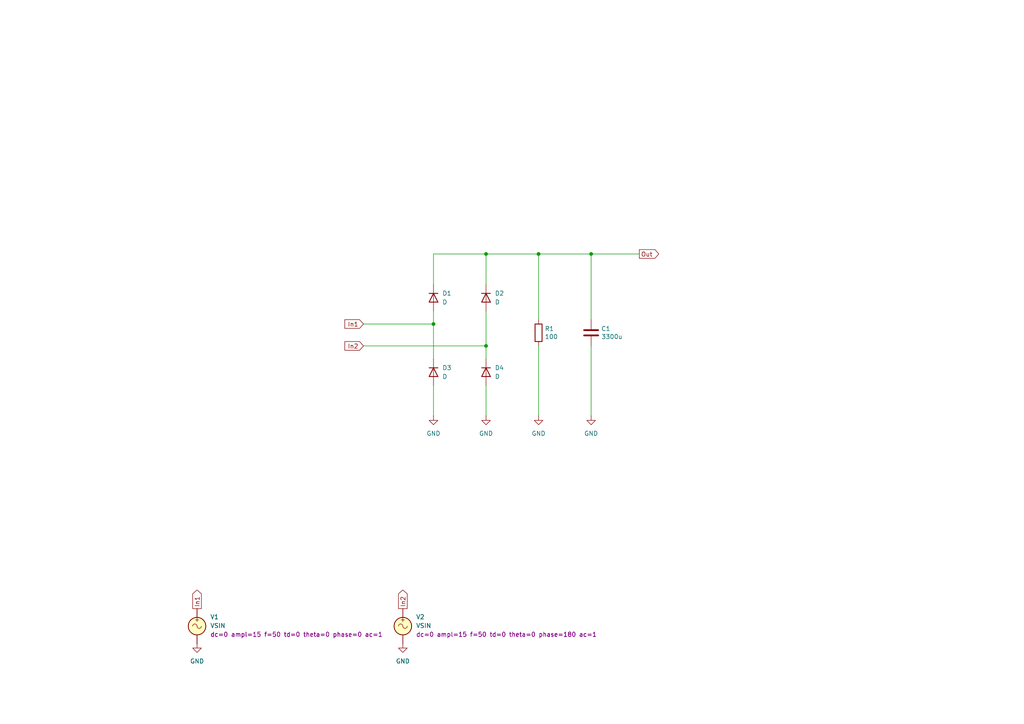
<source format=kicad_sch>
(kicad_sch (version 20231120) (generator "eeschema") (generator_version "8.0")
  (paper "A4")
  (title_block (title "Rectifier with 4 diodes") (date "2024-12-15") (company "GitHub/OJStuff"))
  (lib_symbols
    (symbol "Device:C" (pin_numbers hide) (pin_names (offset 0.254))
      (property "Reference" "C" (at 0.635 2.54 0))
      (property "Value" "C" (at 0.635 -2.54 0))
      (symbol "C_0_1"
        (polyline (pts (xy -2.032 -0.762) (xy 2.032 -0.762)) (stroke (width 0.508)))
        (polyline (pts (xy -2.032 0.762) (xy 2.032 0.762)) (stroke (width 0.508)))
      )
      (symbol "C_1_1"
        (pin passive line (at 0 3.81 270) (length 2.794) (name "~") (number "1"))
        (pin passive line (at 0 -3.81 90) (length 2.794) (name "~") (number "2"))
      )
    )
    (symbol "Device:D" (pin_numbers hide) (pin_names (offset 1.016) hide)
      (property "Reference" "D" (at 0 2.54 0))
      (property "Value" "D" (at 0 -2.54 0))
      (symbol "D_0_1"
        (polyline (pts (xy -1.27 1.27) (xy -1.27 -1.27)) (stroke (width 0.254)))
        (polyline (pts (xy 1.27 0) (xy -1.27 0)))
        (polyline (pts (xy 1.27 1.27) (xy 1.27 -1.27) (xy -1.27 0) (xy 1.27 1.27)) (stroke (width 0.254)))
      )
      (symbol "D_1_1"
        (pin passive line (at -3.81 0 0) (length 2.54) (name "K") (number "1"))
        (pin passive line (at 3.81 0 180) (length 2.54) (name "A") (number "2"))
      )
    )
    (symbol "Device:R" (pin_numbers hide) (pin_names (offset 0))
      (property "Reference" "R" (at 2.032 0 90))
      (property "Value" "R" (at 0 0 90))
      (symbol "R_0_1"
        (rectangle (start -1.016 -2.54) (end 1.016 2.54) (stroke (width 0.254)))
      )
      (symbol "R_1_1"
        (pin passive line (at 0 3.81 270) (length 1.27) (name "~") (number "1"))
        (pin passive line (at 0 -3.81 90) (length 1.27) (name "~") (number "2"))
      )
    )
    (symbol "GND_1" (power) (pin_numbers hide) (pin_names (offset 0) hide)
      (property "Value" "GND" (at 0 -3.81 0))
      (symbol "GND_1_0_1"
        (polyline (pts (xy 0 0) (xy 0 -1.27) (xy 1.27 -1.27) (xy 0 -2.54) (xy -1.27 -1.27) (xy 0 -1.27)))
      )
      (symbol "GND_1_1_1"
        (pin power_in line (at 0 0 270) (length 0) (name "~") (number "1"))
      )
    )
    (symbol "VSIN_1" (pin_numbers hide) (pin_names (offset 0.0254))
      (property "Reference" "V" (at 2.54 2.54 0))
      (property "Value" "VSIN" (at 2.54 0 0))
      (property "Sim.Params" "dc=0 ampl=1 f=1k ac=1" (at 2.54 -2.54 0))
      (symbol "VSIN_1_0_0"
        (arc (start 0 0) (mid -0.635 0.6323) (end -1.27 0))
        (arc (start 0 0) (mid 0.635 -0.6323) (end 1.27 0))
        (text "+" (at 0 1.905 0) (effects (font (size 1.27 1.27))))
      )
      (symbol "VSIN_1_0_1"
        (circle (center 0 0) (radius 2.54) (stroke (width 0.254)) (fill (type background)))
      )
      (symbol "VSIN_1_1_1"
        (pin passive line (at 0 5.08 270) (length 2.54) (name "~") (number "1"))
        (pin passive line (at 0 -5.08 90) (length 2.54) (name "~") (number "2"))
      )
    )
  )
  (junction (at 140.97 100.33))
  (junction (at 140.97 73.66))
  (junction (at 171.45 73.66))
  (junction (at 156.21 73.66))
  (junction (at 125.73 93.98))
  (wire (pts (xy 171.45 100.33) (xy 171.45 120.65)))
  (wire (pts (xy 156.21 100.33) (xy 156.21 120.65)))
  (wire (pts (xy 140.97 111.76) (xy 140.97 120.65)))
  (wire (pts (xy 125.73 93.98) (xy 125.73 104.14)))
  (wire (pts (xy 125.73 73.66) (xy 140.97 73.66)))
  (wire (pts (xy 156.21 73.66) (xy 156.21 92.71)))
  (wire (pts (xy 171.45 92.71) (xy 171.45 73.66)))
  (wire (pts (xy 125.73 111.76) (xy 125.73 120.65)))
  (wire (pts (xy 105.41 100.33) (xy 140.97 100.33)))
  (wire (pts (xy 125.73 90.17) (xy 125.73 93.98)))
  (wire (pts (xy 156.21 73.66) (xy 171.45 73.66)))
  (wire (pts (xy 140.97 100.33) (xy 140.97 104.14)))
  (wire (pts (xy 105.41 93.98) (xy 125.73 93.98)))
  (wire (pts (xy 125.73 73.66) (xy 125.73 82.55)))
  (wire (pts (xy 140.97 90.17) (xy 140.97 100.33)))
  (wire (pts (xy 185.42 73.66) (xy 171.45 73.66)))
  (wire (pts (xy 140.97 73.66) (xy 156.21 73.66)))
  (wire (pts (xy 140.97 73.66) (xy 140.97 82.55)))
  (global_label "In2" (shape output) (at 116.84 176.53 90) (property "Intersheetrefs" "${INTERSHEET_REFS}" (effects (hide yes))))
  (global_label "In2" (shape input) (at 105.41 100.33 180) (property "Intersheetrefs" "${INTERSHEET_REFS}" (effects (hide yes))))
  (global_label "Out" (shape output) (at 185.42 73.66 0) (property "Intersheetrefs" "${INTERSHEET_REFS}" (effects (hide yes))))
  (global_label "In1" (shape output) (at 57.15 176.53 90) (property "Intersheetrefs" "${INTERSHEET_REFS}" (effects (hide yes))))
  (global_label "In1" (shape input) (at 105.41 93.98 180) (property "Intersheetrefs" "${INTERSHEET_REFS}" (effects (hide yes))))
  (symbol (lib_id "Device:D") (at 125.73 107.95 270) (unit 1)
    (property "Reference" "D3" (at 128.27 106.68 90) (effects (justify left)))
    (property "Value" "D" (at 128.27 109.22 90) (effects (justify left)))
    (property "Sim.Device" "D" (effects (hide yes)))
    (property "Sim.Pins" "1=K 2=A" (effects (hide yes)))
  )
  (symbol (lib_name "GND_1") (lib_id "power:GND") (at 116.84 186.69 0) (unit 1)
    (property "Reference" "#PWR02" (effects (hide yes)))
    (property "Value" "GND" (at 116.84 191.77 0))
    (property "Description" "Power symbol creates a global label with name \"GND\" , ground" (effects (hide yes)))
  )
  (symbol (lib_id "Device:D") (at 125.73 86.36 270) (unit 1)
    (property "Reference" "D1" (at 128.27 85.09 90) (effects (justify left)))
    (property "Value" "D" (at 128.27 87.63 90) (effects (justify left)))
    (property "Sim.Device" "D" (effects (hide yes)))
    (property "Sim.Pins" "1=K 2=A" (effects (hide yes)))
  )
  (symbol (lib_name "GND_1") (lib_id "power:GND") (at 125.73 120.65 0) (unit 1)
    (property "Reference" "#PWR03" (effects (hide yes)))
    (property "Value" "GND" (at 125.73 125.73 0))
    (property "Description" "Power symbol creates a global label with name \"GND\" , ground" (effects (hide yes)))
  )
  (symbol (lib_id "Device:D") (at 140.97 107.95 270) (unit 1)
    (property "Reference" "D4" (at 143.51 106.68 90) (effects (justify left)))
    (property "Value" "D" (at 143.51 109.22 90) (effects (justify left)))
    (property "Sim.Device" "D" (effects (hide yes)))
    (property "Sim.Pins" "1=K 2=A" (effects (hide yes)))
  )
  (symbol (lib_id "Device:D") (at 140.97 86.36 270) (unit 1)
    (property "Reference" "D2" (at 143.51 85.09 90) (effects (justify left)))
    (property "Value" "D" (at 143.51 87.63 90) (effects (justify left)))
    (property "Sim.Device" "D" (effects (hide yes)))
    (property "Sim.Pins" "1=K 2=A" (effects (hide yes)))
  )
  (symbol (lib_name "VSIN_1") (lib_id "Simulation_SPICE:VSIN") (at 57.15 181.61 0) (unit 1)
    (property "Reference" "V1" (at 60.96 178.9401 0) (effects (justify left)))
    (property "Value" "VSIN" (at 60.96 181.4801 0) (effects (justify left)))
    (property "Datasheet" "https://ngspice.sourceforge.io/docs/ngspice-html-manual/manual.xhtml#sec_Independent_Sources_for" (effects (hide yes)))
    (property "Description" "Voltage source, sinusoidal" (effects (hide yes)))
    (property "Sim.Pins" "1=+ 2=-" (effects (hide yes)))
    (property "Sim.Params" "dc=0 ampl=15 f=50 td=0 theta=0 phase=0 ac=1" (at 60.96 184.0201 0) (effects (justify left)))
    (property "Sim.Type" "SIN" (effects (hide yes)))
    (property "Sim.Device" "V" (effects (hide yes)))
  )
  (symbol (lib_name "GND_1") (lib_id "power:GND") (at 156.21 120.65 0) (unit 1)
    (property "Reference" "#PWR05" (effects (hide yes)))
    (property "Value" "GND" (at 156.21 125.73 0))
    (property "Description" "Power symbol creates a global label with name \"GND\" , ground" (effects (hide yes)))
  )
  (symbol (lib_name "GND_1") (lib_id "power:GND") (at 140.97 120.65 0) (unit 1)
    (property "Reference" "#PWR04" (effects (hide yes)))
    (property "Value" "GND" (at 140.97 125.73 0))
    (property "Description" "Power symbol creates a global label with name \"GND\" , ground" (effects (hide yes)))
  )
  (symbol (lib_name "GND_1") (lib_id "power:GND") (at 57.15 186.69 0) (unit 1)
    (property "Reference" "#PWR01" (effects (hide yes)))
    (property "Value" "GND" (at 57.15 191.77 0))
    (property "Description" "Power symbol creates a global label with name \"GND\" , ground" (effects (hide yes)))
  )
  (symbol (lib_name "GND_1") (lib_id "power:GND") (at 171.45 120.65 0) (unit 1)
    (property "Reference" "#PWR06" (effects (hide yes)))
    (property "Value" "GND" (at 171.45 125.73 0))
    (property "Description" "Power symbol creates a global label with name \"GND\" , ground" (effects (hide yes)))
  )
  (symbol (lib_id "Device:R") (at 156.21 96.52 0) (unit 1)
    (property "Reference" "R1" (at 157.988 95.3516 0) (effects (justify left)))
    (property "Value" "100" (at 157.988 97.663 0) (effects (justify left)))
  )
  (symbol (lib_id "Device:C") (at 171.45 96.52 0) (unit 1)
    (property "Reference" "C1" (at 174.371 95.3516 0) (effects (justify left)))
    (property "Value" "3300u" (at 174.371 97.663 0) (effects (justify left)))
  )
  (symbol (lib_name "VSIN_1") (lib_id "Simulation_SPICE:VSIN") (at 116.84 181.61 0) (unit 1)
    (property "Reference" "V2" (at 120.65 178.9401 0) (effects (justify left)))
    (property "Value" "VSIN" (at 120.65 181.4801 0) (effects (justify left)))
    (property "Datasheet" "https://ngspice.sourceforge.io/docs/ngspice-html-manual/manual.xhtml#sec_Independent_Sources_for" (effects (hide yes)))
    (property "Description" "Voltage source, sinusoidal" (effects (hide yes)))
    (property "Sim.Pins" "1=+ 2=-" (effects (hide yes)))
    (property "Sim.Params" "dc=0 ampl=15 f=50 td=0 theta=0 phase=180 ac=1" (at 120.65 184.0201 0) (effects (justify left)))
    (property "Sim.Type" "SIN" (effects (hide yes)))
    (property "Sim.Device" "V" (effects (hide yes)))
  )
)
</source>
